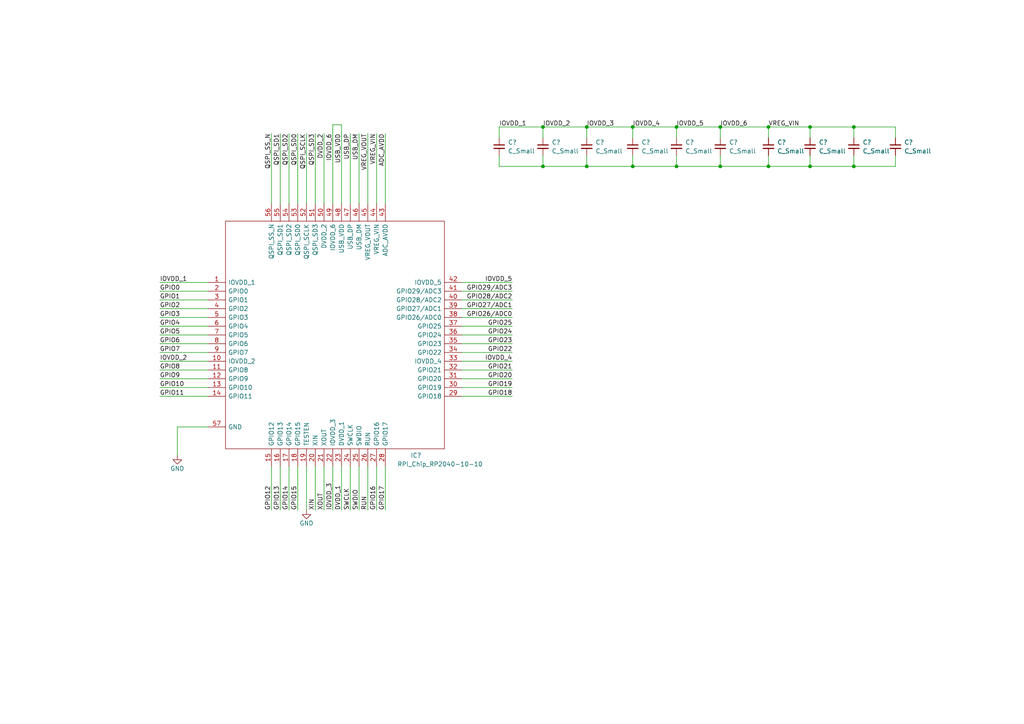
<source format=kicad_sch>
(kicad_sch (version 20211123) (generator eeschema)
  (paper "A4")
  (lib_symbols
    (symbol "Device:C_Small" (pin_numbers hide) (pin_names (offset 0.254) hide)
      (property "Reference" "C" (at 0.254 1.778 0))
      (property "Value" "C_Small" (at 0.254 -2.032 0))
      (symbol "C_Small_0_1"
        (polyline (pts (xy -1.524 -0.508) (xy 1.524 -0.508)) (stroke (width 0.3302)))
        (polyline (pts (xy -1.524 0.508) (xy 1.524 0.508)) (stroke (width 0.3048)))
      )
      (symbol "C_Small_1_1"
        (pin passive line (at 0 2.54 270) (length 2.032) (name "~") (number "1"))
        (pin passive line (at 0 -2.54 90) (length 2.032) (name "~") (number "2"))
      )
    )
    (symbol "SamacSys_Parts:RPI_Chip_RP2040-10-10" (pin_names (offset 0.762))
      (property "Reference" "IC?" (at 60.325 -50.165 0))
      (property "Value" "RPI_Chip_RP2040-10-10" (at 67.31 -52.705 0))
      (symbol "RPI_Chip_RP2040-10-10_0_0"
        (pin passive line (at 0 0 0) (length 5.08) (name "IOVDD_1") (number "1"))
        (pin passive line (at 0 -22.86 0) (length 5.08) (name "IOVDD_2") (number "10"))
        (pin passive line (at 0 -25.4 0) (length 5.08) (name "GPIO8") (number "11"))
        (pin passive line (at 0 -27.94 0) (length 5.08) (name "GPIO9") (number "12"))
        (pin passive line (at 0 -30.48 0) (length 5.08) (name "GPIO10") (number "13"))
        (pin passive line (at 0 -33.02 0) (length 5.08) (name "GPIO11") (number "14"))
        (pin passive line (at 18.415 -53.34 90) (length 5.08) (name "GPIO12") (number "15"))
        (pin passive line (at 20.955 -53.34 90) (length 5.08) (name "GPIO13") (number "16"))
        (pin passive line (at 23.495 -53.34 90) (length 5.08) (name "GPIO14") (number "17"))
        (pin passive line (at 26.035 -53.34 90) (length 5.08) (name "GPIO15") (number "18"))
        (pin passive line (at 28.575 -53.34 90) (length 5.08) (name "TESTEN") (number "19"))
        (pin passive line (at 0 -2.54 0) (length 5.08) (name "GPIO0") (number "2"))
        (pin passive line (at 31.115 -53.34 90) (length 5.08) (name "XIN") (number "20"))
        (pin passive line (at 33.655 -53.34 90) (length 5.08) (name "XOUT") (number "21"))
        (pin passive line (at 36.195 -53.34 90) (length 5.08) (name "IOVDD_3") (number "22"))
        (pin passive line (at 38.735 -53.34 90) (length 5.08) (name "DVDD_1") (number "23"))
        (pin passive line (at 41.275 -53.34 90) (length 5.08) (name "SWCLK") (number "24"))
        (pin passive line (at 43.815 -53.34 90) (length 5.08) (name "SWDIO") (number "25"))
        (pin passive line (at 46.355 -53.34 90) (length 5.08) (name "RUN") (number "26"))
        (pin passive line (at 48.895 -53.34 90) (length 5.08) (name "GPIO16") (number "27"))
        (pin passive line (at 51.435 -53.34 90) (length 5.08) (name "GPIO17") (number "28"))
        (pin passive line (at 73.66 -33.02 180) (length 5.08) (name "GPIO18") (number "29"))
        (pin passive line (at 0 -5.08 0) (length 5.08) (name "GPIO1") (number "3"))
        (pin passive line (at 73.66 -30.48 180) (length 5.08) (name "GPIO19") (number "30"))
        (pin passive line (at 73.66 -27.94 180) (length 5.08) (name "GPIO20") (number "31"))
        (pin passive line (at 73.66 -25.4 180) (length 5.08) (name "GPIO21") (number "32"))
        (pin passive line (at 73.66 -22.86 180) (length 5.08) (name "IOVDD_4") (number "33"))
        (pin passive line (at 73.66 -20.32 180) (length 5.08) (name "GPIO22") (number "34"))
        (pin passive line (at 73.66 -17.78 180) (length 5.08) (name "GPIO23") (number "35"))
        (pin passive line (at 73.66 -15.24 180) (length 5.08) (name "GPIO24") (number "36"))
        (pin passive line (at 73.66 -12.7 180) (length 5.08) (name "GPIO25") (number "37"))
        (pin passive line (at 73.66 -10.16 180) (length 5.08) (name "GPIO26/ADC0") (number "38"))
        (pin passive line (at 73.66 -7.62 180) (length 5.08) (name "GPIO27/ADC1") (number "39"))
        (pin passive line (at 0 -7.62 0) (length 5.08) (name "GPIO2") (number "4"))
        (pin passive line (at 73.66 -5.08 180) (length 5.08) (name "GPIO28/ADC2") (number "40"))
        (pin passive line (at 73.66 -2.54 180) (length 5.08) (name "GPIO29/ADC3") (number "41"))
        (pin passive line (at 73.66 0 180) (length 5.08) (name "IOVDD_5") (number "42"))
        (pin passive line (at 51.435 22.86 270) (length 5.08) (name "ADC_AVDD") (number "43"))
        (pin passive line (at 48.895 22.86 270) (length 5.08) (name "VREG_VIN") (number "44"))
        (pin passive line (at 46.355 22.86 270) (length 5.08) (name "VREG_VOUT") (number "45"))
        (pin passive line (at 43.815 22.86 270) (length 5.08) (name "USB_DM") (number "46"))
        (pin passive line (at 41.275 22.86 270) (length 5.08) (name "USB_DP") (number "47"))
        (pin passive line (at 38.735 22.86 270) (length 5.08) (name "USB_VDD") (number "48"))
        (pin passive line (at 36.195 22.86 270) (length 5.08) (name "IOVDD_6") (number "49"))
        (pin passive line (at 0 -10.16 0) (length 5.08) (name "GPIO3") (number "5"))
        (pin passive line (at 33.655 22.86 270) (length 5.08) (name "DVDD_2") (number "50"))
        (pin passive line (at 31.115 22.86 270) (length 5.08) (name "QSPI_SD3") (number "51"))
        (pin passive line (at 28.575 22.86 270) (length 5.08) (name "QSPI_SCLK") (number "52"))
        (pin passive line (at 26.035 22.86 270) (length 5.08) (name "QSPI_SD0") (number "53"))
        (pin passive line (at 23.495 22.86 270) (length 5.08) (name "QSPI_SD2") (number "54"))
        (pin passive line (at 20.955 22.86 270) (length 5.08) (name "QSPI_SD1") (number "55"))
        (pin passive line (at 18.415 22.86 270) (length 5.08) (name "QSPI_SS_N") (number "56"))
        (pin passive line (at 0 -41.91 0) (length 5.08) (name "GND") (number "57"))
        (pin passive line (at 0 -12.7 0) (length 5.08) (name "GPIO4") (number "6"))
        (pin passive line (at 0 -15.24 0) (length 5.08) (name "GPIO5") (number "7"))
        (pin passive line (at 0 -17.78 0) (length 5.08) (name "GPIO6") (number "8"))
        (pin passive line (at 0 -20.32 0) (length 5.08) (name "GPIO7") (number "9"))
      )
      (symbol "RPI_Chip_RP2040-10-10_0_1"
        (polyline (pts (xy 5.08 17.78) (xy 68.58 17.78) (xy 68.58 -48.26) (xy 5.08 -48.26) (xy 5.08 17.78)) (stroke (width 0.1524)))
      )
    )
    (symbol "power:GND" (power) (pin_names (offset 0))
      (property "Value" "GND" (at 0 -3.81 0))
      (symbol "GND_0_1"
        (polyline (pts (xy 0 0) (xy 0 -1.27) (xy 1.27 -1.27) (xy 0 -2.54) (xy -1.27 -1.27) (xy 0 -1.27)))
      )
      (symbol "GND_1_1"
        (pin power_in line (at 0 0 270) (length 0) hide (name "GND") (number "1"))
      )
    )
  )
  (junction (at 196.215 48.26))
  (junction (at 170.18 36.83))
  (junction (at 247.65 36.83))
  (junction (at 208.915 36.83))
  (junction (at 157.48 48.26))
  (junction (at 183.515 48.26))
  (junction (at 247.65 48.26))
  (junction (at 183.515 36.83))
  (junction (at 157.48 36.83))
  (junction (at 208.915 48.26))
  (junction (at 234.95 48.26))
  (junction (at 234.95 36.83))
  (junction (at 222.885 48.26))
  (junction (at 222.885 36.83))
  (junction (at 170.18 48.26))
  (junction (at 196.215 36.83))
  (wire (pts (xy 144.78 40.005) (xy 144.78 36.83)))
  (wire (pts (xy 133.985 107.315) (xy 148.59 107.315)))
  (wire (pts (xy 259.715 45.085) (xy 259.715 48.26)))
  (wire (pts (xy 46.355 99.695) (xy 60.325 99.695)))
  (wire (pts (xy 86.36 147.955) (xy 86.36 135.255)))
  (wire (pts (xy 133.985 114.935) (xy 148.59 114.935)))
  (wire (pts (xy 96.52 36.195) (xy 96.52 59.055)))
  (wire (pts (xy 208.915 45.085) (xy 208.915 48.26)))
  (wire (pts (xy 46.355 94.615) (xy 60.325 94.615)))
  (wire (pts (xy 247.65 45.085) (xy 247.65 48.26)))
  (wire (pts (xy 60.325 123.825) (xy 51.435 123.825)))
  (wire (pts (xy 86.36 38.735) (xy 86.36 59.055)))
  (wire (pts (xy 196.215 36.83) (xy 196.215 40.005)))
  (wire (pts (xy 133.985 94.615) (xy 148.59 94.615)))
  (wire (pts (xy 157.48 48.26) (xy 144.78 48.26)))
  (wire (pts (xy 133.985 84.455) (xy 148.59 84.455)))
  (wire (pts (xy 46.355 86.995) (xy 60.325 86.995)))
  (wire (pts (xy 46.355 104.775) (xy 60.325 104.775)))
  (wire (pts (xy 109.22 147.955) (xy 109.22 135.255)))
  (wire (pts (xy 133.985 109.855) (xy 148.59 109.855)))
  (wire (pts (xy 96.52 147.955) (xy 96.52 135.255)))
  (wire (pts (xy 101.6 38.735) (xy 101.6 59.055)))
  (wire (pts (xy 46.355 81.915) (xy 60.325 81.915)))
  (wire (pts (xy 183.515 36.83) (xy 183.515 40.005)))
  (wire (pts (xy 83.82 147.955) (xy 83.82 135.255)))
  (wire (pts (xy 170.18 48.26) (xy 157.48 48.26)))
  (wire (pts (xy 133.985 81.915) (xy 148.59 81.915)))
  (wire (pts (xy 208.915 36.83) (xy 208.915 40.005)))
  (wire (pts (xy 46.355 92.075) (xy 60.325 92.075)))
  (wire (pts (xy 222.885 48.26) (xy 208.915 48.26)))
  (wire (pts (xy 247.65 36.83) (xy 247.65 40.005)))
  (wire (pts (xy 81.28 38.735) (xy 81.28 59.055)))
  (wire (pts (xy 99.06 147.955) (xy 99.06 135.255)))
  (wire (pts (xy 170.18 36.83) (xy 170.18 40.005)))
  (wire (pts (xy 81.28 147.955) (xy 81.28 135.255)))
  (wire (pts (xy 196.215 48.26) (xy 183.515 48.26)))
  (wire (pts (xy 133.985 104.775) (xy 148.59 104.775)))
  (wire (pts (xy 234.95 48.26) (xy 222.885 48.26)))
  (wire (pts (xy 259.715 48.26) (xy 247.65 48.26)))
  (wire (pts (xy 46.355 109.855) (xy 60.325 109.855)))
  (wire (pts (xy 46.355 97.155) (xy 60.325 97.155)))
  (wire (pts (xy 208.915 48.26) (xy 196.215 48.26)))
  (wire (pts (xy 93.98 38.735) (xy 93.98 59.055)))
  (wire (pts (xy 144.78 48.26) (xy 144.78 45.085)))
  (wire (pts (xy 46.355 89.535) (xy 60.325 89.535)))
  (wire (pts (xy 78.74 38.735) (xy 78.74 59.055)))
  (wire (pts (xy 196.215 36.83) (xy 208.915 36.83)))
  (wire (pts (xy 234.95 45.085) (xy 234.95 48.26)))
  (wire (pts (xy 101.6 147.955) (xy 101.6 135.255)))
  (wire (pts (xy 104.14 38.735) (xy 104.14 59.055)))
  (wire (pts (xy 133.985 89.535) (xy 148.59 89.535)))
  (wire (pts (xy 133.985 86.995) (xy 148.59 86.995)))
  (wire (pts (xy 104.14 147.955) (xy 104.14 135.255)))
  (wire (pts (xy 222.885 45.085) (xy 222.885 48.26)))
  (wire (pts (xy 222.885 36.83) (xy 222.885 40.005)))
  (wire (pts (xy 247.65 36.83) (xy 259.715 36.83)))
  (wire (pts (xy 46.355 107.315) (xy 60.325 107.315)))
  (wire (pts (xy 133.985 112.395) (xy 148.59 112.395)))
  (wire (pts (xy 259.715 36.83) (xy 259.715 40.005)))
  (wire (pts (xy 106.68 147.955) (xy 106.68 135.255)))
  (wire (pts (xy 91.44 38.735) (xy 91.44 59.055)))
  (wire (pts (xy 222.885 36.83) (xy 234.95 36.83)))
  (wire (pts (xy 91.44 147.955) (xy 91.44 135.255)))
  (wire (pts (xy 46.355 102.235) (xy 60.325 102.235)))
  (wire (pts (xy 157.48 45.085) (xy 157.48 48.26)))
  (wire (pts (xy 46.355 84.455) (xy 60.325 84.455)))
  (wire (pts (xy 88.9 38.735) (xy 88.9 59.055)))
  (wire (pts (xy 106.68 38.735) (xy 106.68 59.055)))
  (wire (pts (xy 83.82 38.735) (xy 83.82 59.055)))
  (wire (pts (xy 133.985 102.235) (xy 148.59 102.235)))
  (wire (pts (xy 109.22 38.735) (xy 109.22 59.055)))
  (wire (pts (xy 99.06 36.195) (xy 99.06 59.055)))
  (wire (pts (xy 183.515 45.085) (xy 183.515 48.26)))
  (wire (pts (xy 46.355 114.935) (xy 60.325 114.935)))
  (wire (pts (xy 247.65 48.26) (xy 234.95 48.26)))
  (wire (pts (xy 183.515 36.83) (xy 196.215 36.83)))
  (wire (pts (xy 78.74 147.955) (xy 78.74 135.255)))
  (wire (pts (xy 133.985 99.695) (xy 148.59 99.695)))
  (wire (pts (xy 93.98 147.955) (xy 93.98 135.255)))
  (wire (pts (xy 111.76 38.735) (xy 111.76 59.055)))
  (wire (pts (xy 133.985 97.155) (xy 148.59 97.155)))
  (wire (pts (xy 157.48 36.83) (xy 170.18 36.83)))
  (wire (pts (xy 133.985 92.075) (xy 148.59 92.075)))
  (wire (pts (xy 46.355 112.395) (xy 60.325 112.395)))
  (wire (pts (xy 144.78 36.83) (xy 157.48 36.83)))
  (wire (pts (xy 170.18 36.83) (xy 183.515 36.83)))
  (wire (pts (xy 51.435 123.825) (xy 51.435 132.08)))
  (wire (pts (xy 96.52 36.195) (xy 99.06 36.195)))
  (wire (pts (xy 196.215 45.085) (xy 196.215 48.26)))
  (wire (pts (xy 170.18 45.085) (xy 170.18 48.26)))
  (wire (pts (xy 157.48 36.83) (xy 157.48 40.005)))
  (wire (pts (xy 88.9 147.955) (xy 88.9 135.255)))
  (wire (pts (xy 234.95 36.83) (xy 247.65 36.83)))
  (wire (pts (xy 234.95 36.83) (xy 234.95 40.005)))
  (wire (pts (xy 183.515 48.26) (xy 170.18 48.26)))
  (wire (pts (xy 111.76 147.955) (xy 111.76 135.255)))
  (wire (pts (xy 208.915 36.83) (xy 222.885 36.83)))
  (label "IOVDD_3" (at 96.52 147.955 90))
  (label "GPIO5" (at 46.355 97.155 0))
  (label "GPIO28{slash}ADC2" (at 148.59 86.995 180))
  (label "SWCLK" (at 101.6 147.955 90))
  (label "ADC_AVDD" (at 111.76 38.735 270))
  (label "QSPI_SS_N" (at 78.74 38.735 270))
  (label "XOUT" (at 93.98 147.955 90))
  (label "VREG_VIN" (at 222.885 36.83 0))
  (label "GPIO3" (at 46.355 92.075 0))
  (label "GPIO14" (at 83.82 147.955 90))
  (label "DVDD_2" (at 93.98 38.735 270))
  (label "GPIO19" (at 148.59 112.395 180))
  (label "GPIO20" (at 148.59 109.855 180))
  (label "GPIO18" (at 148.59 114.935 180))
  (label "QSPI_SD2" (at 83.82 38.735 270))
  (label "USB_VDD" (at 99.06 38.735 270))
  (label "GPIO7" (at 46.355 102.235 0))
  (label "USB_DM" (at 104.14 38.735 270))
  (label "GPIO9" (at 46.355 109.855 0))
  (label "GPIO13" (at 81.28 147.955 90))
  (label "DVDD_1" (at 99.06 147.955 90))
  (label "GPIO26{slash}ADC0" (at 148.59 92.075 180))
  (label "USB_DP" (at 101.6 38.735 270))
  (label "GPIO4" (at 46.355 94.615 0))
  (label "GPIO0" (at 46.355 84.455 0))
  (label "QSPI_SD3" (at 91.44 38.735 270))
  (label "IOVDD_1" (at 46.355 81.915 0))
  (label "GPIO24" (at 148.59 97.155 180))
  (label "GPIO23" (at 148.59 99.695 180))
  (label "GPIO10" (at 46.355 112.395 0))
  (label "GPIO21" (at 148.59 107.315 180))
  (label "IOVDD_5" (at 148.59 81.915 180))
  (label "IOVDD_5" (at 196.215 36.83 0))
  (label "GPIO6" (at 46.355 99.695 0))
  (label "IOVDD_6" (at 96.52 38.735 270))
  (label "IOVDD_4" (at 148.59 104.775 180))
  (label "SWDIO" (at 104.14 147.955 90))
  (label "GPIO8" (at 46.355 107.315 0))
  (label "IOVDD_1" (at 144.78 36.83 0))
  (label "GPIO16" (at 109.22 147.955 90))
  (label "GPIO27{slash}ADC1" (at 148.59 89.535 180))
  (label "GPIO1" (at 46.355 86.995 0))
  (label "GPIO12" (at 78.74 147.955 90))
  (label "IOVDD_4" (at 183.515 36.83 0))
  (label "IOVDD_6" (at 208.915 36.83 0))
  (label "QSPI_SD0" (at 86.36 38.735 270))
  (label "RUN" (at 106.68 147.955 90))
  (label "XIN" (at 91.44 147.955 90))
  (label "GPIO29{slash}ADC3" (at 148.59 84.455 180))
  (label "IOVDD_2" (at 46.355 104.775 0))
  (label "GPIO17" (at 111.76 147.955 90))
  (label "GPIO2" (at 46.355 89.535 0))
  (label "QSPI_SD1" (at 81.28 38.735 270))
  (label "GPIO22" (at 148.59 102.235 180))
  (label "VREG_VIN" (at 109.22 38.735 270))
  (label "VREG_VOUT" (at 106.68 38.735 270))
  (label "QSPI_SCLK" (at 88.9 38.735 270))
  (label "GPIO25" (at 148.59 94.615 180))
  (label "IOVDD_3" (at 170.18 36.83 0))
  (label "IOVDD_2" (at 157.48 36.83 0))
  (label "GPIO11" (at 46.355 114.935 0))
  (label "GPIO15" (at 86.36 147.955 90))
  (symbol (lib_id "power:GND") (at 88.9 147.955 0) (unit 1)
    (property "Reference" "#PWR?" (effects hide))
    (property "Value" "GND" (at 88.9 151.765 0))
  )
  (symbol (lib_id "Device:C_Small") (at 234.95 42.545 0) (unit 1)
    (property "Reference" "C?" (at 237.49 41.2812 0) (effects (justify left)))
    (property "Value" "C_Small" (at 237.49 43.8212 0) (effects (justify left)))
  )
  (symbol (lib_id "Device:C_Small") (at 196.215 42.545 0) (unit 1)
    (property "Reference" "C?" (at 198.755 41.2812 0) (effects (justify left)))
    (property "Value" "C_Small" (at 198.755 43.8212 0) (effects (justify left)))
  )
  (symbol (lib_id "Device:C_Small") (at 208.915 42.545 0) (unit 1)
    (property "Reference" "C?" (at 211.455 41.2812 0) (effects (justify left)))
    (property "Value" "C_Small" (at 211.455 43.8212 0) (effects (justify left)))
  )
  (symbol (lib_id "power:GND") (at 51.435 132.08 0) (unit 1)
    (property "Reference" "#PWR?" (effects hide))
    (property "Value" "GND" (at 51.435 135.89 0))
  )
  (symbol (lib_id "Device:C_Small") (at 157.48 42.545 0) (unit 1)
    (property "Reference" "C?" (at 160.02 41.2812 0) (effects (justify left)))
    (property "Value" "C_Small" (at 160.02 43.8212 0) (effects (justify left)))
  )
  (symbol (lib_id "Device:C_Small") (at 247.65 42.545 0) (unit 1)
    (property "Reference" "C?" (at 250.19 41.2812 0) (effects (justify left)))
    (property "Value" "C_Small" (at 250.19 43.8212 0) (effects (justify left)))
  )
  (symbol (lib_id "Device:C_Small") (at 183.515 42.545 0) (unit 1)
    (property "Reference" "C?" (at 186.055 41.2812 0) (effects (justify left)))
    (property "Value" "C_Small" (at 186.055 43.8212 0) (effects (justify left)))
  )
  (symbol (lib_id "Device:C_Small") (at 144.78 42.545 0) (unit 1)
    (property "Reference" "C?" (at 147.32 41.2812 0) (effects (justify left)))
    (property "Value" "C_Small" (at 147.32 43.8212 0) (effects (justify left)))
  )
  (symbol (lib_id "Device:C_Small") (at 170.18 42.545 0) (unit 1)
    (property "Reference" "C?" (at 172.72 41.2812 0) (effects (justify left)))
    (property "Value" "C_Small" (at 172.72 43.8212 0) (effects (justify left)))
  )
  (symbol (lib_id "Device:C_Small") (at 259.715 42.545 0) (unit 1)
    (property "Reference" "C?" (at 262.255 41.2812 0) (effects (justify left)))
    (property "Value" "C_Small" (at 262.255 43.8212 0) (effects (justify left)))
  )
  (symbol (lib_id "Device:C_Small") (at 222.885 42.545 0) (unit 1)
    (property "Reference" "C?" (at 225.425 41.2812 0) (effects (justify left)))
    (property "Value" "C_Small" (at 225.425 43.8212 0) (effects (justify left)))
  )
  (symbol (lib_id "SamacSys_Parts:RPI_Chip_RP2040-10-10") (at 60.325 81.915 0) (unit 1)
    (property "Reference" "IC?" (at 120.65 132.08 0))
    (property "Value" "RPI_Chip_RP2040-10-10" (at 127.635 134.62 0))
    (property "Footprint" "QFN40P700X700X90-57N-D" (effects hide))
    (property "Datasheet" "https://datasheets.raspberrypi.com/rp2040/rp2040-datasheet.pdf" (effects hide))
    (property "Description" "Development Boards & Kits - ARM 10 units" (effects hide))
    (property "Height" "0.9" (effects hide))
    (property "Manufacturer_Name" "RASPBERRY-PI" (effects hide))
    (property "Manufacturer_Part_Number" "RPI Chip RP2040-10-10" (effects hide))
    (property "Mouser Part Number" "358-RP2040CHIP-10-10" (effects hide))
    (property "Mouser Price/Stock" "https://www.mouser.co.uk/ProductDetail/Raspberry-Pi/RPI-Chip-RP2040-10-10?qs=QNEnbhJQKva2vG4DZ5VuhA%3D%3D" (effects hide))
  )
)
</source>
